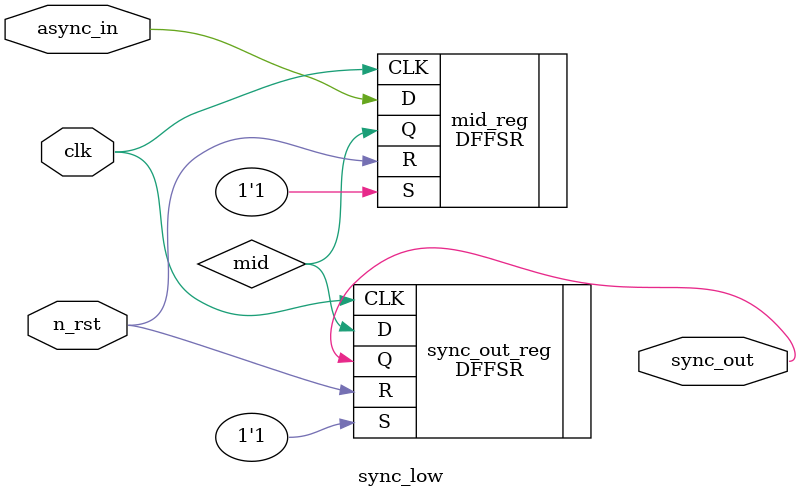
<source format=v>


module sync_low ( clk, n_rst, async_in, sync_out );
  input clk, n_rst, async_in;
  output sync_out;
  wire   mid;

  DFFSR mid_reg ( .D(async_in), .CLK(clk), .R(n_rst), .S(1'b1), .Q(mid) );
  DFFSR sync_out_reg ( .D(mid), .CLK(clk), .R(n_rst), .S(1'b1), .Q(sync_out)
         );
endmodule


</source>
